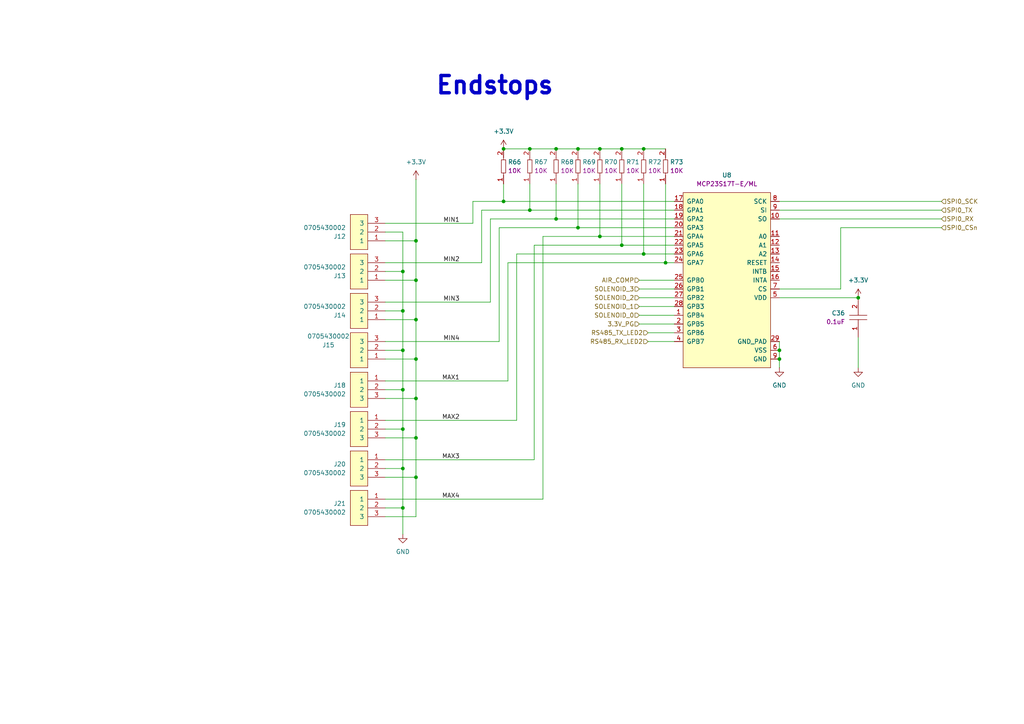
<source format=kicad_sch>
(kicad_sch (version 20231120) (generator "eeschema") (generator_version "8.0")
  (paper "A4")
  (lib_symbols
    (symbol "AVR-KiCAD-Lib-Capacitors:C0402C104K9PACTU" (pin_names (offset 1.016))
      (property "Reference" "C" (at -2.54 2.54 0))
      (property "_Value_" "0.1uF" (at 58.42 63.5 0))
      (symbol "C0402C104K9PACTU_1_1"
        (polyline (pts (xy 0 2.54) (xy 0 -2.54)))
        (polyline (pts (xy 1.27 2.54) (xy 1.27 -2.54)))
        (pin input line (at -5.08 0 0) (length 5.08) (name "~") (number "1"))
        (pin input line (at 6.35 0 180) (length 5.08) (name "~") (number "2"))
      )
    )
    (symbol "AVR-KiCAD-Lib-Connectors:0705430002" (pin_names (offset 1.016))
      (property "Reference" "J" (at -2.54 2.54 0))
      (property "Value" "0705430002" (at 1.27 5.08 0))
      (symbol "0705430002_0_1"
        (rectangle (start 0 0) (end 5.08 -10.16) (fill (type background)))
      )
      (symbol "0705430002_1_1"
        (pin passive line (at -5.08 -2.54 0) (length 5.08) (name "1") (number "1"))
        (pin passive line (at -5.08 -5.08 0) (length 5.08) (name "2") (number "2"))
        (pin passive line (at -5.08 -7.62 0) (length 5.08) (name "3") (number "3"))
      )
    )
    (symbol "AVR-KiCAD-Lib-ICs:MCP23S17T-E/ML" (pin_names (offset 1.016))
      (property "Reference" "U" (at 0.254 51.816 0))
      (property "_Value_" "MCP23S17T-E/ML" (at 8.382 -1.016 0))
      (symbol "MCP23S17T-E/ML_1_1"
        (rectangle (start 0 50.8) (end 25.4 0) (fill (type background)))
        (pin bidirectional line (at 27.94 15.24 180) (length 2.54) (name "GPB4") (number "1"))
        (pin output line (at -2.54 43.18 0) (length 2.54) (name "SO") (number "10"))
        (pin input line (at -2.54 38.1 0) (length 2.54) (name "A0") (number "11"))
        (pin input line (at -2.54 35.56 0) (length 2.54) (name "A1") (number "12"))
        (pin input line (at -2.54 33.02 0) (length 2.54) (name "A2") (number "13"))
        (pin input line (at -2.54 30.48 0) (length 2.54) (name "RESET") (number "14"))
        (pin input line (at -2.54 27.94 0) (length 2.54) (name "INTB") (number "15"))
        (pin input line (at -2.54 25.4 0) (length 2.54) (name "INTA") (number "16"))
        (pin bidirectional line (at 27.94 48.26 180) (length 2.54) (name "GPA0") (number "17"))
        (pin bidirectional line (at 27.94 45.72 180) (length 2.54) (name "GPA1") (number "18"))
        (pin bidirectional line (at 27.94 43.18 180) (length 2.54) (name "GPA2") (number "19"))
        (pin bidirectional line (at 27.94 12.7 180) (length 2.54) (name "GPB5") (number "2"))
        (pin bidirectional line (at 27.94 40.64 180) (length 2.54) (name "GPA3") (number "20"))
        (pin bidirectional line (at 27.94 38.1 180) (length 2.54) (name "GPA4") (number "21"))
        (pin bidirectional line (at 27.94 35.56 180) (length 2.54) (name "GPA5") (number "22"))
        (pin bidirectional line (at 27.94 33.02 180) (length 2.54) (name "GPA6") (number "23"))
        (pin bidirectional line (at 27.94 30.48 180) (length 2.54) (name "GPA7") (number "24"))
        (pin bidirectional line (at 27.94 25.4 180) (length 2.54) (name "GPB0") (number "25"))
        (pin bidirectional line (at 27.94 22.86 180) (length 2.54) (name "GPB1") (number "26"))
        (pin bidirectional line (at 27.94 20.32 180) (length 2.54) (name "GPB2") (number "27"))
        (pin bidirectional line (at 27.94 17.78 180) (length 2.54) (name "GPB3") (number "28"))
        (pin passive line (at -2.54 7.62 0) (length 2.54) (name "GND_PAD") (number "29"))
        (pin bidirectional line (at 27.94 10.16 180) (length 2.54) (name "GPB6") (number "3"))
        (pin bidirectional line (at 27.94 7.62 180) (length 2.54) (name "GPB7") (number "4"))
        (pin power_in line (at -2.54 20.32 0) (length 2.54) (name "VDD") (number "5"))
        (pin passive line (at -2.54 5.08 0) (length 2.54) (name "VSS") (number "6"))
        (pin input line (at -2.54 22.86 0) (length 2.54) (name "CS") (number "7"))
        (pin input line (at -2.54 48.26 0) (length 2.54) (name "SCK") (number "8"))
        (pin passive line (at -2.54 2.54 0) (length 2.54) (name "GND") (number "9"))
        (pin input line (at -2.54 45.72 0) (length 2.54) (name "SI") (number "9"))
      )
    )
    (symbol "AVR-KiCAD-Lib-Resistors:RC0402FR-0710KL" (pin_names (offset 1.016))
      (property "Reference" "R" (at -2.54 2.54 0))
      (property "Value" "RC0402FR-0710KL" (at 1.27 5.08 0))
      (property "_Value_" "10K" (at 58.42 63.5 0))
      (symbol "RC0402FR-0710KL_0_1"
        (rectangle (start -1.905 0.635) (end 1.905 -0.635))
        (polyline (pts (xy -2.54 0) (xy -1.905 0)))
        (polyline (pts (xy -1.905 0) (xy -1.905 0)))
        (polyline (pts (xy 1.905 0) (xy 1.905 0)))
        (polyline (pts (xy 2.54 0) (xy 1.905 0)))
      )
      (symbol "RC0402FR-0710KL_1_1"
        (pin passive line (at -5.08 0 0) (length 2.5146) (name "~") (number "1"))
        (pin passive line (at 5.08 0 180) (length 2.5146) (name "~") (number "2"))
      )
    )
    (symbol "power:+3.3V" (power) (pin_numbers hide) (pin_names (offset 0) hide)
      (property "Value" "+3.3V" (at 0 3.556 0))
      (symbol "+3.3V_0_1"
        (polyline (pts (xy -0.762 1.27) (xy 0 2.54)))
        (polyline (pts (xy 0 0) (xy 0 2.54)))
        (polyline (pts (xy 0 2.54) (xy 0.762 1.27)))
      )
      (symbol "+3.3V_1_1"
        (pin power_in line (at 0 0 90) (length 0) (name "~") (number "1"))
      )
    )
    (symbol "power:GND" (power) (pin_numbers hide) (pin_names (offset 0) hide)
      (property "Value" "GND" (at 0 -3.81 0))
      (symbol "GND_0_1"
        (polyline (pts (xy 0 0) (xy 0 -1.27) (xy 1.27 -1.27) (xy 0 -2.54) (xy -1.27 -1.27) (xy 0 -1.27)))
      )
      (symbol "GND_1_1"
        (pin power_in line (at 0 0 270) (length 0) (name "~") (number "1"))
      )
    )
  )
  (junction (at 226.06 104.14))
  (junction (at 120.65 115.57))
  (junction (at 120.65 138.43))
  (junction (at 161.29 63.5))
  (junction (at 248.92 86.36))
  (junction (at 120.65 92.71))
  (junction (at 116.84 113.03))
  (junction (at 146.05 58.42))
  (junction (at 180.34 71.12))
  (junction (at 180.34 43.18))
  (junction (at 161.29 43.18))
  (junction (at 167.64 43.18))
  (junction (at 193.04 76.2))
  (junction (at 120.65 81.28))
  (junction (at 116.84 90.17))
  (junction (at 120.65 127))
  (junction (at 116.84 135.89))
  (junction (at 116.84 147.32))
  (junction (at 116.84 101.6))
  (junction (at 153.67 43.18))
  (junction (at 116.84 78.74))
  (junction (at 186.69 43.18))
  (junction (at 167.64 66.04))
  (junction (at 226.06 101.6))
  (junction (at 173.99 68.58))
  (junction (at 153.67 60.96))
  (junction (at 116.84 124.46))
  (junction (at 146.05 43.18))
  (junction (at 186.69 73.66))
  (junction (at 173.99 43.18))
  (junction (at 120.65 69.85))
  (junction (at 120.65 104.14))
  (wire (pts (xy 120.65 115.57) (xy 111.76 115.57)))
  (wire (pts (xy 273.05 63.5) (xy 226.06 63.5)))
  (wire (pts (xy 193.04 53.34) (xy 193.04 76.2)))
  (wire (pts (xy 120.65 127) (xy 111.76 127)))
  (wire (pts (xy 153.67 53.34) (xy 153.67 60.96)))
  (wire (pts (xy 111.76 133.35) (xy 154.94 133.35)))
  (wire (pts (xy 180.34 71.12) (xy 154.94 71.12)))
  (wire (pts (xy 120.65 92.71) (xy 120.65 81.28)))
  (wire (pts (xy 226.06 101.6) (xy 226.06 104.14)))
  (wire (pts (xy 116.84 124.46) (xy 116.84 135.89)))
  (wire (pts (xy 120.65 92.71) (xy 111.76 92.71)))
  (wire (pts (xy 116.84 90.17) (xy 116.84 101.6)))
  (wire (pts (xy 144.78 66.04) (xy 144.78 99.06)))
  (wire (pts (xy 111.76 76.2) (xy 139.7 76.2)))
  (wire (pts (xy 186.69 43.18) (xy 193.04 43.18)))
  (wire (pts (xy 120.65 127) (xy 120.65 115.57)))
  (wire (pts (xy 146.05 53.34) (xy 146.05 58.42)))
  (wire (pts (xy 116.84 78.74) (xy 111.76 78.74)))
  (wire (pts (xy 146.05 43.18) (xy 153.67 43.18)))
  (wire (pts (xy 120.65 81.28) (xy 120.65 69.85)))
  (wire (pts (xy 226.06 83.82) (xy 243.84 83.82)))
  (wire (pts (xy 111.76 121.92) (xy 149.86 121.92)))
  (wire (pts (xy 154.94 71.12) (xy 154.94 133.35)))
  (wire (pts (xy 111.76 87.63) (xy 142.24 87.63)))
  (wire (pts (xy 185.42 88.9) (xy 195.58 88.9)))
  (wire (pts (xy 111.76 99.06) (xy 144.78 99.06)))
  (wire (pts (xy 149.86 73.66) (xy 149.86 121.92)))
  (wire (pts (xy 153.67 43.18) (xy 161.29 43.18)))
  (wire (pts (xy 187.96 96.52) (xy 195.58 96.52)))
  (wire (pts (xy 193.04 76.2) (xy 195.58 76.2)))
  (wire (pts (xy 116.84 90.17) (xy 111.76 90.17)))
  (wire (pts (xy 120.65 138.43) (xy 120.65 127)))
  (wire (pts (xy 111.76 67.31) (xy 116.84 67.31)))
  (wire (pts (xy 137.16 64.77) (xy 137.16 58.42)))
  (wire (pts (xy 139.7 60.96) (xy 139.7 76.2)))
  (wire (pts (xy 120.65 69.85) (xy 111.76 69.85)))
  (wire (pts (xy 146.05 58.42) (xy 195.58 58.42)))
  (wire (pts (xy 185.42 91.44) (xy 195.58 91.44)))
  (wire (pts (xy 111.76 110.49) (xy 147.32 110.49)))
  (wire (pts (xy 195.58 71.12) (xy 180.34 71.12)))
  (wire (pts (xy 116.84 124.46) (xy 111.76 124.46)))
  (wire (pts (xy 120.65 52.07) (xy 120.65 69.85)))
  (wire (pts (xy 161.29 43.18) (xy 167.64 43.18)))
  (wire (pts (xy 173.99 68.58) (xy 195.58 68.58)))
  (wire (pts (xy 167.64 53.34) (xy 167.64 66.04)))
  (wire (pts (xy 116.84 135.89) (xy 116.84 147.32)))
  (wire (pts (xy 243.84 66.04) (xy 273.05 66.04)))
  (wire (pts (xy 120.65 138.43) (xy 111.76 138.43)))
  (wire (pts (xy 173.99 43.18) (xy 180.34 43.18)))
  (wire (pts (xy 167.64 66.04) (xy 144.78 66.04)))
  (wire (pts (xy 243.84 83.82) (xy 243.84 66.04)))
  (wire (pts (xy 116.84 113.03) (xy 116.84 124.46)))
  (wire (pts (xy 157.48 68.58) (xy 157.48 144.78)))
  (wire (pts (xy 226.06 86.36) (xy 248.92 86.36)))
  (wire (pts (xy 147.32 110.49) (xy 147.32 76.2)))
  (wire (pts (xy 173.99 53.34) (xy 173.99 68.58)))
  (wire (pts (xy 161.29 63.5) (xy 195.58 63.5)))
  (wire (pts (xy 120.65 149.86) (xy 120.65 138.43)))
  (wire (pts (xy 186.69 73.66) (xy 149.86 73.66)))
  (wire (pts (xy 111.76 104.14) (xy 120.65 104.14)))
  (wire (pts (xy 195.58 60.96) (xy 153.67 60.96)))
  (wire (pts (xy 185.42 83.82) (xy 195.58 83.82)))
  (wire (pts (xy 185.42 93.98) (xy 195.58 93.98)))
  (wire (pts (xy 185.42 86.36) (xy 195.58 86.36)))
  (wire (pts (xy 142.24 87.63) (xy 142.24 63.5)))
  (wire (pts (xy 180.34 43.18) (xy 186.69 43.18)))
  (wire (pts (xy 111.76 64.77) (xy 137.16 64.77)))
  (wire (pts (xy 116.84 147.32) (xy 111.76 147.32)))
  (wire (pts (xy 116.84 147.32) (xy 116.84 154.94)))
  (wire (pts (xy 273.05 58.42) (xy 226.06 58.42)))
  (wire (pts (xy 157.48 68.58) (xy 173.99 68.58)))
  (wire (pts (xy 120.65 104.14) (xy 120.65 92.71)))
  (wire (pts (xy 273.05 60.96) (xy 226.06 60.96)))
  (wire (pts (xy 116.84 135.89) (xy 111.76 135.89)))
  (wire (pts (xy 111.76 149.86) (xy 120.65 149.86)))
  (wire (pts (xy 120.65 104.14) (xy 120.65 115.57)))
  (wire (pts (xy 153.67 60.96) (xy 139.7 60.96)))
  (wire (pts (xy 195.58 66.04) (xy 167.64 66.04)))
  (wire (pts (xy 116.84 101.6) (xy 111.76 101.6)))
  (wire (pts (xy 161.29 53.34) (xy 161.29 63.5)))
  (wire (pts (xy 111.76 144.78) (xy 157.48 144.78)))
  (wire (pts (xy 116.84 101.6) (xy 116.84 113.03)))
  (wire (pts (xy 248.92 97.79) (xy 248.92 106.68)))
  (wire (pts (xy 116.84 67.31) (xy 116.84 78.74)))
  (wire (pts (xy 226.06 99.06) (xy 226.06 101.6)))
  (wire (pts (xy 195.58 73.66) (xy 186.69 73.66)))
  (wire (pts (xy 147.32 76.2) (xy 193.04 76.2)))
  (wire (pts (xy 186.69 53.34) (xy 186.69 73.66)))
  (wire (pts (xy 120.65 81.28) (xy 111.76 81.28)))
  (wire (pts (xy 111.76 113.03) (xy 116.84 113.03)))
  (wire (pts (xy 180.34 53.34) (xy 180.34 71.12)))
  (wire (pts (xy 187.96 99.06) (xy 195.58 99.06)))
  (wire (pts (xy 185.42 81.28) (xy 195.58 81.28)))
  (wire (pts (xy 226.06 104.14) (xy 226.06 106.68)))
  (wire (pts (xy 137.16 58.42) (xy 146.05 58.42)))
  (wire (pts (xy 167.64 43.18) (xy 173.99 43.18)))
  (wire (pts (xy 116.84 78.74) (xy 116.84 90.17)))
  (wire (pts (xy 142.24 63.5) (xy 161.29 63.5)))
  (text "Endstops" (at 143.51 24.892 0) (effects (font (size 5 5) (thickness 1) (bold yes))))
  (label "MAX1" (at 133.35 110.49 180))
  (label "MIN1" (at 133.35 64.77 180))
  (label "MIN2" (at 133.35 76.2 180))
  (label "MAX4" (at 133.35 144.78 180))
  (label "MAX3" (at 133.35 133.35 180))
  (label "MIN4" (at 133.35 99.06 180))
  (label "MAX2" (at 133.35 121.92 180))
  (label "MIN3" (at 133.35 87.63 180))
  (hierarchical_label "SPI0_CSn" (shape input) (at 273.05 66.04 0))
  (hierarchical_label "RS485_RX_LED2" (shape input) (at 187.96 99.06 180))
  (hierarchical_label "SOLENOID_3" (shape input) (at 185.42 83.82 180))
  (hierarchical_label "SOLENOID_0" (shape input) (at 185.42 91.44 180))
  (hierarchical_label "SOLENOID_1" (shape input) (at 185.42 88.9 180))
  (hierarchical_label "RS485_TX_LED2" (shape input) (at 187.96 96.52 180))
  (hierarchical_label "AIR_COMP" (shape input) (at 185.42 81.28 180))
  (hierarchical_label "SPI0_RX" (shape input) (at 273.05 63.5 0))
  (hierarchical_label "SOLENOID_2" (shape input) (at 185.42 86.36 180))
  (hierarchical_label "3.3V_PG" (shape input) (at 185.42 93.98 180))
  (hierarchical_label "SPI0_SCK" (shape input) (at 273.05 58.42 0))
  (hierarchical_label "SPI0_TX" (shape input) (at 273.05 60.96 0))
  (symbol (lib_id "AVR-KiCAD-Lib-Connectors:0705430002") (at 106.68 142.24 0) (mirror y) (unit 1)
    (property "Reference" "J21" (at 100.33 146.0499 0) (effects (justify left)))
    (property "Value" "0705430002" (at 100.33 148.5899 0) (effects (justify left)))
    (property "Footprint" "AVR-KiCAD-Lib-Connectors:Shrouded_Pin_Header_Straight_1x03_Pitch2.54mm" (effects (hide yes)))
    (property "Datasheet" "https://www.molex.com/pdm_docs/sd/705430001_sd.pdf" (effects (hide yes)))
    (property "Description" "Connector Header Through Hole 3 position 0.100\" (2.54mm)" (effects (hide yes)))
    (property "Cost QTY: 1" "0.92000" (effects (hide yes)))
    (property "Cost QTY: 1000" "0.50512" (effects (hide yes)))
    (property "Cost QTY: 2500" "*" (effects (hide yes)))
    (property "Cost QTY: 5000" "0.44198" (effects (hide yes)))
    (property "Cost QTY: 10000" "0.41988" (effects (hide yes)))
    (property "MFR" "Molex" (effects (hide yes)))
    (property "MFR#" "0705430002" (effects (hide yes)))
    (property "Vendor" "Digikey" (effects (hide yes)))
    (property "Vendor #" "WM4801-ND" (effects (hide yes)))
    (property "Designer" "AVR" (effects (hide yes)))
    (property "Height" "11.8mm" (effects (hide yes)))
    (property "Date Created" "6/16/2020" (effects (hide yes)))
    (property "Date Modified" "6/16/2020" (effects (hide yes)))
    (property "Lead-Free ?" "Yes" (effects (hide yes)))
    (property "RoHS Levels" "1" (effects (hide yes)))
    (property "Mounting" "ThroughHole" (effects (hide yes)))
    (property "Pin Count #" "3" (effects (hide yes)))
    (property "Status" "Active" (effects (hide yes)))
    (property "Tolerance" "*" (effects (hide yes)))
    (property "Type" "Shrouded Header" (effects (hide yes)))
    (property "Voltage" "250V" (effects (hide yes)))
    (property "Package" "*" (effects (hide yes)))
    (property "_Value_" "0705430002" (effects (hide yes)))
    (property "Management_ID" "*" (effects (hide yes)))
  )
  (symbol (lib_id "AVR-KiCAD-Lib-Resistors:RC0402FR-0710KL") (at 146.05 48.26 90) (unit 1)
    (property "Reference" "R66" (at 147.32 46.9899 90) (effects (justify right)))
    (property "Value" "RC0402FR-0710KL" (effects (hide yes)))
    (property "Footprint" "AVR-KiCAD-Lib-Resistors:R0402" (effects (hide yes)))
    (property "Datasheet" "https://www.yageo.com/upload/media/product/productsearch/datasheet/rchip/PYu-RC_Group_51_RoHS_L_10.pdf" (effects (hide yes)))
    (property "Description" "10 kOhms ±1% 0.063W, 1/16W Chip Resistor 0402 (1005 Metric) Moisture Resistant Thick Film" (effects (hide yes)))
    (property "Cost QTY: 1" "0.10000" (effects (hide yes)))
    (property "Cost QTY: 1000" "0.00289" (effects (hide yes)))
    (property "Cost QTY: 2500" "0.00251" (effects (hide yes)))
    (property "Cost QTY: 5000" "0.00207" (effects (hide yes)))
    (property "Cost QTY: 10000" "*" (effects (hide yes)))
    (property "MFR" "Yageo" (effects (hide yes)))
    (property "MFR#" "RC0402FR-0710KL" (effects (hide yes)))
    (property "Vendor" "Digikey" (effects (hide yes)))
    (property "Vendor #" "311-10.0KLRCT-ND" (effects (hide yes)))
    (property "Designer" "AVR" (effects (hide yes)))
    (property "Height" "0.4mm" (effects (hide yes)))
    (property "Date Created" "12/11/2019" (effects (hide yes)))
    (property "Date Modified" "12/11/2019" (effects (hide yes)))
    (property "Lead-Free ?" "Yes" (effects (hide yes)))
    (property "RoHS Levels" "1" (effects (hide yes)))
    (property "Mounting" "SMT" (effects (hide yes)))
    (property "Pin Count #" "2" (effects (hide yes)))
    (property "Status" "Active" (effects (hide yes)))
    (property "Tolerance" "1%" (effects (hide yes)))
    (property "Type" "Thick FIlm Resistor" (effects (hide yes)))
    (property "Voltage" "*" (effects (hide yes)))
    (property "Package" "0402" (effects (hide yes)))
    (property "_Value_" "10K" (at 147.32 49.5299 90) (effects (justify right)))
    (property "Management_ID" "*" (effects (hide yes)))
  )
  (symbol (lib_id "AVR-KiCAD-Lib-Connectors:0705430002") (at 106.68 130.81 0) (mirror y) (unit 1)
    (property "Reference" "J20" (at 100.33 134.6199 0) (effects (justify left)))
    (property "Value" "0705430002" (at 100.33 137.1599 0) (effects (justify left)))
    (property "Footprint" "AVR-KiCAD-Lib-Connectors:Shrouded_Pin_Header_Straight_1x03_Pitch2.54mm" (effects (hide yes)))
    (property "Datasheet" "https://www.molex.com/pdm_docs/sd/705430001_sd.pdf" (effects (hide yes)))
    (property "Description" "Connector Header Through Hole 3 position 0.100\" (2.54mm)" (effects (hide yes)))
    (property "Cost QTY: 1" "0.92000" (effects (hide yes)))
    (property "Cost QTY: 1000" "0.50512" (effects (hide yes)))
    (property "Cost QTY: 2500" "*" (effects (hide yes)))
    (property "Cost QTY: 5000" "0.44198" (effects (hide yes)))
    (property "Cost QTY: 10000" "0.41988" (effects (hide yes)))
    (property "MFR" "Molex" (effects (hide yes)))
    (property "MFR#" "0705430002" (effects (hide yes)))
    (property "Vendor" "Digikey" (effects (hide yes)))
    (property "Vendor #" "WM4801-ND" (effects (hide yes)))
    (property "Designer" "AVR" (effects (hide yes)))
    (property "Height" "11.8mm" (effects (hide yes)))
    (property "Date Created" "6/16/2020" (effects (hide yes)))
    (property "Date Modified" "6/16/2020" (effects (hide yes)))
    (property "Lead-Free ?" "Yes" (effects (hide yes)))
    (property "RoHS Levels" "1" (effects (hide yes)))
    (property "Mounting" "ThroughHole" (effects (hide yes)))
    (property "Pin Count #" "3" (effects (hide yes)))
    (property "Status" "Active" (effects (hide yes)))
    (property "Tolerance" "*" (effects (hide yes)))
    (property "Type" "Shrouded Header" (effects (hide yes)))
    (property "Voltage" "250V" (effects (hide yes)))
    (property "Package" "*" (effects (hide yes)))
    (property "_Value_" "0705430002" (effects (hide yes)))
    (property "Management_ID" "*" (effects (hide yes)))
  )
  (symbol (lib_id "power:+3.3V") (at 120.65 52.07 0) (mirror y) (unit 1)
    (property "Reference" "#PWR066" (effects (hide yes)))
    (property "Value" "+3.3V" (at 120.65 46.99 0))
    (property "Description" "Power symbol creates a global label with name \"+3.3V\"" (effects (hide yes)))
  )
  (symbol (lib_id "AVR-KiCAD-Lib-Capacitors:C0402C104K9PACTU") (at 248.92 92.71 90) (unit 1)
    (property "Reference" "C36" (at 245.11 90.8049 90) (effects (justify left)))
    (property "Value" "C0402C104K9PACTU" (effects (hide yes)))
    (property "Footprint" "AVR-KiCAD-Lib-Resistors:R0402" (effects (hide yes)))
    (property "Datasheet" "https://content.kemet.com/datasheets/KEM_C1006_X5R_SMD.pdf" (effects (hide yes)))
    (property "Description" "0.1µF ±10% 6.3V Ceramic Capacitor X5R 0402 (1005 Metric)" (effects (hide yes)))
    (property "Cost QTY: 1" "0.10000" (effects (hide yes)))
    (property "Cost QTY: 1000" "0.01139" (effects (hide yes)))
    (property "Cost QTY: 2500" "0.01035" (effects (hide yes)))
    (property "Cost QTY: 5000" "0.00952" (effects (hide yes)))
    (property "Cost QTY: 10000" "0.00756" (effects (hide yes)))
    (property "MFR" "KEMET" (effects (hide yes)))
    (property "MFR#" "C0402C104K9PACTU" (effects (hide yes)))
    (property "Vendor" "Digikey" (effects (hide yes)))
    (property "Vendor #" "399-3026-6-ND" (effects (hide yes)))
    (property "Designer" "AVR" (effects (hide yes)))
    (property "Height" "0.55mm" (effects (hide yes)))
    (property "Date Created" "12/7/2019" (effects (hide yes)))
    (property "Date Modified" "12/7/2019" (effects (hide yes)))
    (property "Lead-Free ?" "Yes" (effects (hide yes)))
    (property "RoHS Levels" "1" (effects (hide yes)))
    (property "Mounting" "SMT" (effects (hide yes)))
    (property "Pin Count #" "2" (effects (hide yes)))
    (property "Status" "Active" (effects (hide yes)))
    (property "Tolerance" "10%" (effects (hide yes)))
    (property "Type" "Ceramic Cap" (effects (hide yes)))
    (property "Voltage" "6.3V" (effects (hide yes)))
    (property "Package" "0402" (effects (hide yes)))
    (property "_Value_" "0.1uF" (at 245.11 93.3449 90) (effects (justify left)))
    (property "Management_ID" "*" (effects (hide yes)))
  )
  (symbol (lib_id "power:GND") (at 248.92 106.68 0) (mirror y) (unit 1)
    (property "Reference" "#PWR086" (effects (hide yes)))
    (property "Value" "GND" (at 248.92 111.76 0))
    (property "Description" "Power symbol creates a global label with name \"GND\" , ground" (effects (hide yes)))
  )
  (symbol (lib_id "AVR-KiCAD-Lib-Connectors:0705430002") (at 106.68 95.25 180) (unit 1)
    (property "Reference" "J14" (at 100.33 91.4401 0) (effects (justify left)))
    (property "Value" "0705430002" (at 100.33 88.9001 0) (effects (justify left)))
    (property "Footprint" "AVR-KiCAD-Lib-Connectors:Shrouded_Pin_Header_Straight_1x03_Pitch2.54mm" (effects (hide yes)))
    (property "Datasheet" "https://www.molex.com/pdm_docs/sd/705430001_sd.pdf" (effects (hide yes)))
    (property "Description" "Connector Header Through Hole 3 position 0.100\" (2.54mm)" (effects (hide yes)))
    (property "Cost QTY: 1" "0.92000" (effects (hide yes)))
    (property "Cost QTY: 1000" "0.50512" (effects (hide yes)))
    (property "Cost QTY: 2500" "*" (effects (hide yes)))
    (property "Cost QTY: 5000" "0.44198" (effects (hide yes)))
    (property "Cost QTY: 10000" "0.41988" (effects (hide yes)))
    (property "MFR" "Molex" (effects (hide yes)))
    (property "MFR#" "0705430002" (effects (hide yes)))
    (property "Vendor" "Digikey" (effects (hide yes)))
    (property "Vendor #" "WM4801-ND" (effects (hide yes)))
    (property "Designer" "AVR" (effects (hide yes)))
    (property "Height" "11.8mm" (effects (hide yes)))
    (property "Date Created" "6/16/2020" (effects (hide yes)))
    (property "Date Modified" "6/16/2020" (effects (hide yes)))
    (property "Lead-Free ?" "Yes" (effects (hide yes)))
    (property "RoHS Levels" "1" (effects (hide yes)))
    (property "Mounting" "ThroughHole" (effects (hide yes)))
    (property "Pin Count #" "3" (effects (hide yes)))
    (property "Status" "Active" (effects (hide yes)))
    (property "Tolerance" "*" (effects (hide yes)))
    (property "Type" "Shrouded Header" (effects (hide yes)))
    (property "Voltage" "250V" (effects (hide yes)))
    (property "Package" "*" (effects (hide yes)))
    (property "_Value_" "0705430002" (effects (hide yes)))
    (property "Management_ID" "*" (effects (hide yes)))
  )
  (symbol (lib_id "AVR-KiCAD-Lib-Connectors:0705430002") (at 106.68 83.82 180) (unit 1)
    (property "Reference" "J13" (at 100.33 80.0101 0) (effects (justify left)))
    (property "Value" "0705430002" (at 100.33 77.4701 0) (effects (justify left)))
    (property "Footprint" "AVR-KiCAD-Lib-Connectors:Shrouded_Pin_Header_Straight_1x03_Pitch2.54mm" (effects (hide yes)))
    (property "Datasheet" "https://www.molex.com/pdm_docs/sd/705430001_sd.pdf" (effects (hide yes)))
    (property "Description" "Connector Header Through Hole 3 position 0.100\" (2.54mm)" (effects (hide yes)))
    (property "Cost QTY: 1" "0.92000" (effects (hide yes)))
    (property "Cost QTY: 1000" "0.50512" (effects (hide yes)))
    (property "Cost QTY: 2500" "*" (effects (hide yes)))
    (property "Cost QTY: 5000" "0.44198" (effects (hide yes)))
    (property "Cost QTY: 10000" "0.41988" (effects (hide yes)))
    (property "MFR" "Molex" (effects (hide yes)))
    (property "MFR#" "0705430002" (effects (hide yes)))
    (property "Vendor" "Digikey" (effects (hide yes)))
    (property "Vendor #" "WM4801-ND" (effects (hide yes)))
    (property "Designer" "AVR" (effects (hide yes)))
    (property "Height" "11.8mm" (effects (hide yes)))
    (property "Date Created" "6/16/2020" (effects (hide yes)))
    (property "Date Modified" "6/16/2020" (effects (hide yes)))
    (property "Lead-Free ?" "Yes" (effects (hide yes)))
    (property "RoHS Levels" "1" (effects (hide yes)))
    (property "Mounting" "ThroughHole" (effects (hide yes)))
    (property "Pin Count #" "3" (effects (hide yes)))
    (property "Status" "Active" (effects (hide yes)))
    (property "Tolerance" "*" (effects (hide yes)))
    (property "Type" "Shrouded Header" (effects (hide yes)))
    (property "Voltage" "250V" (effects (hide yes)))
    (property "Package" "*" (effects (hide yes)))
    (property "_Value_" "0705430002" (effects (hide yes)))
    (property "Management_ID" "*" (effects (hide yes)))
  )
  (symbol (lib_id "AVR-KiCAD-Lib-Resistors:RC0402FR-0710KL") (at 167.64 48.26 90) (unit 1)
    (property "Reference" "R69" (at 168.91 46.9899 90) (effects (justify right)))
    (property "Value" "RC0402FR-0710KL" (effects (hide yes)))
    (property "Footprint" "AVR-KiCAD-Lib-Resistors:R0402" (effects (hide yes)))
    (property "Datasheet" "https://www.yageo.com/upload/media/product/productsearch/datasheet/rchip/PYu-RC_Group_51_RoHS_L_10.pdf" (effects (hide yes)))
    (property "Description" "10 kOhms ±1% 0.063W, 1/16W Chip Resistor 0402 (1005 Metric) Moisture Resistant Thick Film" (effects (hide yes)))
    (property "Cost QTY: 1" "0.10000" (effects (hide yes)))
    (property "Cost QTY: 1000" "0.00289" (effects (hide yes)))
    (property "Cost QTY: 2500" "0.00251" (effects (hide yes)))
    (property "Cost QTY: 5000" "0.00207" (effects (hide yes)))
    (property "Cost QTY: 10000" "*" (effects (hide yes)))
    (property "MFR" "Yageo" (effects (hide yes)))
    (property "MFR#" "RC0402FR-0710KL" (effects (hide yes)))
    (property "Vendor" "Digikey" (effects (hide yes)))
    (property "Vendor #" "311-10.0KLRCT-ND" (effects (hide yes)))
    (property "Designer" "AVR" (effects (hide yes)))
    (property "Height" "0.4mm" (effects (hide yes)))
    (property "Date Created" "12/11/2019" (effects (hide yes)))
    (property "Date Modified" "12/11/2019" (effects (hide yes)))
    (property "Lead-Free ?" "Yes" (effects (hide yes)))
    (property "RoHS Levels" "1" (effects (hide yes)))
    (property "Mounting" "SMT" (effects (hide yes)))
    (property "Pin Count #" "2" (effects (hide yes)))
    (property "Status" "Active" (effects (hide yes)))
    (property "Tolerance" "1%" (effects (hide yes)))
    (property "Type" "Thick FIlm Resistor" (effects (hide yes)))
    (property "Voltage" "*" (effects (hide yes)))
    (property "Package" "0402" (effects (hide yes)))
    (property "_Value_" "10K" (at 168.91 49.5299 90) (effects (justify right)))
    (property "Management_ID" "*" (effects (hide yes)))
  )
  (symbol (lib_id "AVR-KiCAD-Lib-Connectors:0705430002") (at 106.68 72.39 180) (unit 1)
    (property "Reference" "J12" (at 100.33 68.5801 0) (effects (justify left)))
    (property "Value" "0705430002" (at 100.33 66.0401 0) (effects (justify left)))
    (property "Footprint" "AVR-KiCAD-Lib-Connectors:Shrouded_Pin_Header_Straight_1x03_Pitch2.54mm" (effects (hide yes)))
    (property "Datasheet" "https://www.molex.com/pdm_docs/sd/705430001_sd.pdf" (effects (hide yes)))
    (property "Description" "Connector Header Through Hole 3 position 0.100\" (2.54mm)" (effects (hide yes)))
    (property "Cost QTY: 1" "0.92000" (effects (hide yes)))
    (property "Cost QTY: 1000" "0.50512" (effects (hide yes)))
    (property "Cost QTY: 2500" "*" (effects (hide yes)))
    (property "Cost QTY: 5000" "0.44198" (effects (hide yes)))
    (property "Cost QTY: 10000" "0.41988" (effects (hide yes)))
    (property "MFR" "Molex" (effects (hide yes)))
    (property "MFR#" "0705430002" (effects (hide yes)))
    (property "Vendor" "Digikey" (effects (hide yes)))
    (property "Vendor #" "WM4801-ND" (effects (hide yes)))
    (property "Designer" "AVR" (effects (hide yes)))
    (property "Height" "11.8mm" (effects (hide yes)))
    (property "Date Created" "6/16/2020" (effects (hide yes)))
    (property "Date Modified" "6/16/2020" (effects (hide yes)))
    (property "Lead-Free ?" "Yes" (effects (hide yes)))
    (property "RoHS Levels" "1" (effects (hide yes)))
    (property "Mounting" "ThroughHole" (effects (hide yes)))
    (property "Pin Count #" "3" (effects (hide yes)))
    (property "Status" "Active" (effects (hide yes)))
    (property "Tolerance" "*" (effects (hide yes)))
    (property "Type" "Shrouded Header" (effects (hide yes)))
    (property "Voltage" "250V" (effects (hide yes)))
    (property "Package" "*" (effects (hide yes)))
    (property "_Value_" "0705430002" (effects (hide yes)))
    (property "Management_ID" "*" (effects (hide yes)))
  )
  (symbol (lib_id "AVR-KiCAD-Lib-ICs:MCP23S17T-E/ML") (at 223.52 106.68 0) (mirror y) (unit 1)
    (property "Reference" "U8" (at 210.82 50.8 0))
    (property "Value" "MCP23S17T-E/ML" (effects (hide yes)))
    (property "Footprint" "AVR-KiCAD-Lib-ICs:QFN28_6x6MC_MCH-L" (effects (hide yes)))
    (property "Datasheet" "https://ww1.microchip.com/downloads/aemDocuments/documents/APID/ProductDocuments/DataSheets/MCP23017-Data-Sheet-DS20001952.pdf" (effects (hide yes)))
    (property "Description" "I/O Expander 16 SPI 10 MHz 28-QFN (6x6)" (effects (hide yes)))
    (property "Cost QTY: 1" "2.04000" (effects (hide yes)))
    (property "Cost QTY: 1000" "1.54000" (effects (hide yes)))
    (property "Cost QTY: 2500" "1.54001" (effects (hide yes)))
    (property "Cost QTY: 5000" "1.54001" (effects (hide yes)))
    (property "Cost QTY: 10000" "1.54001" (effects (hide yes)))
    (property "MFR" "Microchip Technology" (effects (hide yes)))
    (property "MFR#" "MCP23S17T-E/ML" (effects (hide yes)))
    (property "Vendor" "Digikey" (effects (hide yes)))
    (property "Vendor #" "MCP23S17T-E/MLTR-ND" (effects (hide yes)))
    (property "Designer" "Adam Vadala-Roth" (effects (hide yes)))
    (property "Height" "1mm" (effects (hide yes)))
    (property "Date Created" "11/22/20204" (effects (hide yes)))
    (property "Date Modified" "11/22/20204" (effects (hide yes)))
    (property "Lead-Free ?" "Yes" (effects (hide yes)))
    (property "RoHS Levels" "1" (effects (hide yes)))
    (property "Mounting" "SMT" (effects (hide yes)))
    (property "Pin Count #" "28" (effects (hide yes)))
    (property "Status" "Active" (effects (hide yes)))
    (property "Tolerance" "*" (effects (hide yes)))
    (property "Type" "IC" (effects (hide yes)))
    (property "Voltage" "1.8V-5.5V" (effects (hide yes)))
    (property "Package" "28QFN" (effects (hide yes)))
    (property "_Value_" "MCP23S17T-E/ML" (at 210.82 53.34 0))
    (property "Management_ID" "*" (effects (hide yes)))
  )
  (symbol (lib_id "AVR-KiCAD-Lib-Connectors:0705430002") (at 106.68 106.68 180) (unit 1)
    (property "Reference" "J15" (at 95.25 100.076 0))
    (property "Value" "0705430002" (at 95.25 97.536 0))
    (property "Footprint" "AVR-KiCAD-Lib-Connectors:Shrouded_Pin_Header_Straight_1x03_Pitch2.54mm" (effects (hide yes)))
    (property "Datasheet" "https://www.molex.com/pdm_docs/sd/705430001_sd.pdf" (effects (hide yes)))
    (property "Description" "Connector Header Through Hole 3 position 0.100\" (2.54mm)" (effects (hide yes)))
    (property "Cost QTY: 1" "0.92000" (effects (hide yes)))
    (property "Cost QTY: 1000" "0.50512" (effects (hide yes)))
    (property "Cost QTY: 2500" "*" (effects (hide yes)))
    (property "Cost QTY: 5000" "0.44198" (effects (hide yes)))
    (property "Cost QTY: 10000" "0.41988" (effects (hide yes)))
    (property "MFR" "Molex" (effects (hide yes)))
    (property "MFR#" "0705430002" (effects (hide yes)))
    (property "Vendor" "Digikey" (effects (hide yes)))
    (property "Vendor #" "WM4801-ND" (effects (hide yes)))
    (property "Designer" "AVR" (effects (hide yes)))
    (property "Height" "11.8mm" (effects (hide yes)))
    (property "Date Created" "6/16/2020" (effects (hide yes)))
    (property "Date Modified" "6/16/2020" (effects (hide yes)))
    (property "Lead-Free ?" "Yes" (effects (hide yes)))
    (property "RoHS Levels" "1" (effects (hide yes)))
    (property "Mounting" "ThroughHole" (effects (hide yes)))
    (property "Pin Count #" "3" (effects (hide yes)))
    (property "Status" "Active" (effects (hide yes)))
    (property "Tolerance" "*" (effects (hide yes)))
    (property "Type" "Shrouded Header" (effects (hide yes)))
    (property "Voltage" "250V" (effects (hide yes)))
    (property "Package" "*" (effects (hide yes)))
    (property "_Value_" "0705430002" (effects (hide yes)))
    (property "Management_ID" "*" (effects (hide yes)))
  )
  (symbol (lib_id "power:GND") (at 116.84 154.94 0) (mirror y) (unit 1)
    (property "Reference" "#PWR083" (effects (hide yes)))
    (property "Value" "GND" (at 116.84 160.02 0))
    (property "Description" "Power symbol creates a global label with name \"GND\" , ground" (effects (hide yes)))
  )
  (symbol (lib_id "AVR-KiCAD-Lib-Resistors:RC0402FR-0710KL") (at 153.67 48.26 90) (unit 1)
    (property "Reference" "R67" (at 154.94 46.9899 90) (effects (justify right)))
    (property "Value" "RC0402FR-0710KL" (effects (hide yes)))
    (property "Footprint" "AVR-KiCAD-Lib-Resistors:R0402" (effects (hide yes)))
    (property "Datasheet" "https://www.yageo.com/upload/media/product/productsearch/datasheet/rchip/PYu-RC_Group_51_RoHS_L_10.pdf" (effects (hide yes)))
    (property "Description" "10 kOhms ±1% 0.063W, 1/16W Chip Resistor 0402 (1005 Metric) Moisture Resistant Thick Film" (effects (hide yes)))
    (property "Cost QTY: 1" "0.10000" (effects (hide yes)))
    (property "Cost QTY: 1000" "0.00289" (effects (hide yes)))
    (property "Cost QTY: 2500" "0.00251" (effects (hide yes)))
    (property "Cost QTY: 5000" "0.00207" (effects (hide yes)))
    (property "Cost QTY: 10000" "*" (effects (hide yes)))
    (property "MFR" "Yageo" (effects (hide yes)))
    (property "MFR#" "RC0402FR-0710KL" (effects (hide yes)))
    (property "Vendor" "Digikey" (effects (hide yes)))
    (property "Vendor #" "311-10.0KLRCT-ND" (effects (hide yes)))
    (property "Designer" "AVR" (effects (hide yes)))
    (property "Height" "0.4mm" (effects (hide yes)))
    (property "Date Created" "12/11/2019" (effects (hide yes)))
    (property "Date Modified" "12/11/2019" (effects (hide yes)))
    (property "Lead-Free ?" "Yes" (effects (hide yes)))
    (property "RoHS Levels" "1" (effects (hide yes)))
    (property "Mounting" "SMT" (effects (hide yes)))
    (property "Pin Count #" "2" (effects (hide yes)))
    (property "Status" "Active" (effects (hide yes)))
    (property "Tolerance" "1%" (effects (hide yes)))
    (property "Type" "Thick FIlm Resistor" (effects (hide yes)))
    (property "Voltage" "*" (effects (hide yes)))
    (property "Package" "0402" (effects (hide yes)))
    (property "_Value_" "10K" (at 154.94 49.5299 90) (effects (justify right)))
    (property "Management_ID" "*" (effects (hide yes)))
  )
  (symbol (lib_id "AVR-KiCAD-Lib-Resistors:RC0402FR-0710KL") (at 186.69 48.26 90) (unit 1)
    (property "Reference" "R72" (at 187.96 46.9899 90) (effects (justify right)))
    (property "Value" "RC0402FR-0710KL" (effects (hide yes)))
    (property "Footprint" "AVR-KiCAD-Lib-Resistors:R0402" (effects (hide yes)))
    (property "Datasheet" "https://www.yageo.com/upload/media/product/productsearch/datasheet/rchip/PYu-RC_Group_51_RoHS_L_10.pdf" (effects (hide yes)))
    (property "Description" "10 kOhms ±1% 0.063W, 1/16W Chip Resistor 0402 (1005 Metric) Moisture Resistant Thick Film" (effects (hide yes)))
    (property "Cost QTY: 1" "0.10000" (effects (hide yes)))
    (property "Cost QTY: 1000" "0.00289" (effects (hide yes)))
    (property "Cost QTY: 2500" "0.00251" (effects (hide yes)))
    (property "Cost QTY: 5000" "0.00207" (effects (hide yes)))
    (property "Cost QTY: 10000" "*" (effects (hide yes)))
    (property "MFR" "Yageo" (effects (hide yes)))
    (property "MFR#" "RC0402FR-0710KL" (effects (hide yes)))
    (property "Vendor" "Digikey" (effects (hide yes)))
    (property "Vendor #" "311-10.0KLRCT-ND" (effects (hide yes)))
    (property "Designer" "AVR" (effects (hide yes)))
    (property "Height" "0.4mm" (effects (hide yes)))
    (property "Date Created" "12/11/2019" (effects (hide yes)))
    (property "Date Modified" "12/11/2019" (effects (hide yes)))
    (property "Lead-Free ?" "Yes" (effects (hide yes)))
    (property "RoHS Levels" "1" (effects (hide yes)))
    (property "Mounting" "SMT" (effects (hide yes)))
    (property "Pin Count #" "2" (effects (hide yes)))
    (property "Status" "Active" (effects (hide yes)))
    (property "Tolerance" "1%" (effects (hide yes)))
    (property "Type" "Thick FIlm Resistor" (effects (hide yes)))
    (property "Voltage" "*" (effects (hide yes)))
    (property "Package" "0402" (effects (hide yes)))
    (property "_Value_" "10K" (at 187.96 49.5299 90) (effects (justify right)))
    (property "Management_ID" "*" (effects (hide yes)))
  )
  (symbol (lib_id "AVR-KiCAD-Lib-Resistors:RC0402FR-0710KL") (at 173.99 48.26 90) (unit 1)
    (property "Reference" "R70" (at 175.26 46.9899 90) (effects (justify right)))
    (property "Value" "RC0402FR-0710KL" (effects (hide yes)))
    (property "Footprint" "AVR-KiCAD-Lib-Resistors:R0402" (effects (hide yes)))
    (property "Datasheet" "https://www.yageo.com/upload/media/product/productsearch/datasheet/rchip/PYu-RC_Group_51_RoHS_L_10.pdf" (effects (hide yes)))
    (property "Description" "10 kOhms ±1% 0.063W, 1/16W Chip Resistor 0402 (1005 Metric) Moisture Resistant Thick Film" (effects (hide yes)))
    (property "Cost QTY: 1" "0.10000" (effects (hide yes)))
    (property "Cost QTY: 1000" "0.00289" (effects (hide yes)))
    (property "Cost QTY: 2500" "0.00251" (effects (hide yes)))
    (property "Cost QTY: 5000" "0.00207" (effects (hide yes)))
    (property "Cost QTY: 10000" "*" (effects (hide yes)))
    (property "MFR" "Yageo" (effects (hide yes)))
    (property "MFR#" "RC0402FR-0710KL" (effects (hide yes)))
    (property "Vendor" "Digikey" (effects (hide yes)))
    (property "Vendor #" "311-10.0KLRCT-ND" (effects (hide yes)))
    (property "Designer" "AVR" (effects (hide yes)))
    (property "Height" "0.4mm" (effects (hide yes)))
    (property "Date Created" "12/11/2019" (effects (hide yes)))
    (property "Date Modified" "12/11/2019" (effects (hide yes)))
    (property "Lead-Free ?" "Yes" (effects (hide yes)))
    (property "RoHS Levels" "1" (effects (hide yes)))
    (property "Mounting" "SMT" (effects (hide yes)))
    (property "Pin Count #" "2" (effects (hide yes)))
    (property "Status" "Active" (effects (hide yes)))
    (property "Tolerance" "1%" (effects (hide yes)))
    (property "Type" "Thick FIlm Resistor" (effects (hide yes)))
    (property "Voltage" "*" (effects (hide yes)))
    (property "Package" "0402" (effects (hide yes)))
    (property "_Value_" "10K" (at 175.26 49.5299 90) (effects (justify right)))
    (property "Management_ID" "*" (effects (hide yes)))
  )
  (symbol (lib_id "AVR-KiCAD-Lib-Connectors:0705430002") (at 106.68 107.95 0) (mirror y) (unit 1)
    (property "Reference" "J18" (at 100.33 111.7599 0) (effects (justify left)))
    (property "Value" "0705430002" (at 100.33 114.2999 0) (effects (justify left)))
    (property "Footprint" "AVR-KiCAD-Lib-Connectors:Shrouded_Pin_Header_Straight_1x03_Pitch2.54mm" (effects (hide yes)))
    (property "Datasheet" "https://www.molex.com/pdm_docs/sd/705430001_sd.pdf" (effects (hide yes)))
    (property "Description" "Connector Header Through Hole 3 position 0.100\" (2.54mm)" (effects (hide yes)))
    (property "Cost QTY: 1" "0.92000" (effects (hide yes)))
    (property "Cost QTY: 1000" "0.50512" (effects (hide yes)))
    (property "Cost QTY: 2500" "*" (effects (hide yes)))
    (property "Cost QTY: 5000" "0.44198" (effects (hide yes)))
    (property "Cost QTY: 10000" "0.41988" (effects (hide yes)))
    (property "MFR" "Molex" (effects (hide yes)))
    (property "MFR#" "0705430002" (effects (hide yes)))
    (property "Vendor" "Digikey" (effects (hide yes)))
    (property "Vendor #" "WM4801-ND" (effects (hide yes)))
    (property "Designer" "AVR" (effects (hide yes)))
    (property "Height" "11.8mm" (effects (hide yes)))
    (property "Date Created" "6/16/2020" (effects (hide yes)))
    (property "Date Modified" "6/16/2020" (effects (hide yes)))
    (property "Lead-Free ?" "Yes" (effects (hide yes)))
    (property "RoHS Levels" "1" (effects (hide yes)))
    (property "Mounting" "ThroughHole" (effects (hide yes)))
    (property "Pin Count #" "3" (effects (hide yes)))
    (property "Status" "Active" (effects (hide yes)))
    (property "Tolerance" "*" (effects (hide yes)))
    (property "Type" "Shrouded Header" (effects (hide yes)))
    (property "Voltage" "250V" (effects (hide yes)))
    (property "Package" "*" (effects (hide yes)))
    (property "_Value_" "0705430002" (effects (hide yes)))
    (property "Management_ID" "*" (effects (hide yes)))
  )
  (symbol (lib_id "power:GND") (at 226.06 106.68 0) (mirror y) (unit 1)
    (property "Reference" "#PWR082" (effects (hide yes)))
    (property "Value" "GND" (at 226.06 111.76 0))
    (property "Description" "Power symbol creates a global label with name \"GND\" , ground" (effects (hide yes)))
  )
  (symbol (lib_id "AVR-KiCAD-Lib-Connectors:0705430002") (at 106.68 119.38 0) (mirror y) (unit 1)
    (property "Reference" "J19" (at 100.33 123.1899 0) (effects (justify left)))
    (property "Value" "0705430002" (at 100.33 125.7299 0) (effects (justify left)))
    (property "Footprint" "AVR-KiCAD-Lib-Connectors:Shrouded_Pin_Header_Straight_1x03_Pitch2.54mm" (effects (hide yes)))
    (property "Datasheet" "https://www.molex.com/pdm_docs/sd/705430001_sd.pdf" (effects (hide yes)))
    (property "Description" "Connector Header Through Hole 3 position 0.100\" (2.54mm)" (effects (hide yes)))
    (property "Cost QTY: 1" "0.92000" (effects (hide yes)))
    (property "Cost QTY: 1000" "0.50512" (effects (hide yes)))
    (property "Cost QTY: 2500" "*" (effects (hide yes)))
    (property "Cost QTY: 5000" "0.44198" (effects (hide yes)))
    (property "Cost QTY: 10000" "0.41988" (effects (hide yes)))
    (property "MFR" "Molex" (effects (hide yes)))
    (property "MFR#" "0705430002" (effects (hide yes)))
    (property "Vendor" "Digikey" (effects (hide yes)))
    (property "Vendor #" "WM4801-ND" (effects (hide yes)))
    (property "Designer" "AVR" (effects (hide yes)))
    (property "Height" "11.8mm" (effects (hide yes)))
    (property "Date Created" "6/16/2020" (effects (hide yes)))
    (property "Date Modified" "6/16/2020" (effects (hide yes)))
    (property "Lead-Free ?" "Yes" (effects (hide yes)))
    (property "RoHS Levels" "1" (effects (hide yes)))
    (property "Mounting" "ThroughHole" (effects (hide yes)))
    (property "Pin Count #" "3" (effects (hide yes)))
    (property "Status" "Active" (effects (hide yes)))
    (property "Tolerance" "*" (effects (hide yes)))
    (property "Type" "Shrouded Header" (effects (hide yes)))
    (property "Voltage" "250V" (effects (hide yes)))
    (property "Package" "*" (effects (hide yes)))
    (property "_Value_" "0705430002" (effects (hide yes)))
    (property "Management_ID" "*" (effects (hide yes)))
  )
  (symbol (lib_id "AVR-KiCAD-Lib-Resistors:RC0402FR-0710KL") (at 180.34 48.26 90) (unit 1)
    (property "Reference" "R71" (at 181.61 46.9899 90) (effects (justify right)))
    (property "Value" "RC0402FR-0710KL" (effects (hide yes)))
    (property "Footprint" "AVR-KiCAD-Lib-Resistors:R0402" (effects (hide yes)))
    (property "Datasheet" "https://www.yageo.com/upload/media/product/productsearch/datasheet/rchip/PYu-RC_Group_51_RoHS_L_10.pdf" (effects (hide yes)))
    (property "Description" "10 kOhms ±1% 0.063W, 1/16W Chip Resistor 0402 (1005 Metric) Moisture Resistant Thick Film" (effects (hide yes)))
    (property "Cost QTY: 1" "0.10000" (effects (hide yes)))
    (property "Cost QTY: 1000" "0.00289" (effects (hide yes)))
    (property "Cost QTY: 2500" "0.00251" (effects (hide yes)))
    (property "Cost QTY: 5000" "0.00207" (effects (hide yes)))
    (property "Cost QTY: 10000" "*" (effects (hide yes)))
    (property "MFR" "Yageo" (effects (hide yes)))
    (property "MFR#" "RC0402FR-0710KL" (effects (hide yes)))
    (property "Vendor" "Digikey" (effects (hide yes)))
    (property "Vendor #" "311-10.0KLRCT-ND" (effects (hide yes)))
    (property "Designer" "AVR" (effects (hide yes)))
    (property "Height" "0.4mm" (effects (hide yes)))
    (property "Date Created" "12/11/2019" (effects (hide yes)))
    (property "Date Modified" "12/11/2019" (effects (hide yes)))
    (property "Lead-Free ?" "Yes" (effects (hide yes)))
    (property "RoHS Levels" "1" (effects (hide yes)))
    (property "Mounting" "SMT" (effects (hide yes)))
    (property "Pin Count #" "2" (effects (hide yes)))
    (property "Status" "Active" (effects (hide yes)))
    (property "Tolerance" "1%" (effects (hide yes)))
    (property "Type" "Thick FIlm Resistor" (effects (hide yes)))
    (property "Voltage" "*" (effects (hide yes)))
    (property "Package" "0402" (effects (hide yes)))
    (property "_Value_" "10K" (at 181.61 49.5299 90) (effects (justify right)))
    (property "Management_ID" "*" (effects (hide yes)))
  )
  (symbol (lib_id "AVR-KiCAD-Lib-Resistors:RC0402FR-0710KL") (at 193.04 48.26 90) (unit 1)
    (property "Reference" "R73" (at 194.31 46.9899 90) (effects (justify right)))
    (property "Value" "RC0402FR-0710KL" (effects (hide yes)))
    (property "Footprint" "AVR-KiCAD-Lib-Resistors:R0402" (effects (hide yes)))
    (property "Datasheet" "https://www.yageo.com/upload/media/product/productsearch/datasheet/rchip/PYu-RC_Group_51_RoHS_L_10.pdf" (effects (hide yes)))
    (property "Description" "10 kOhms ±1% 0.063W, 1/16W Chip Resistor 0402 (1005 Metric) Moisture Resistant Thick Film" (effects (hide yes)))
    (property "Cost QTY: 1" "0.10000" (effects (hide yes)))
    (property "Cost QTY: 1000" "0.00289" (effects (hide yes)))
    (property "Cost QTY: 2500" "0.00251" (effects (hide yes)))
    (property "Cost QTY: 5000" "0.00207" (effects (hide yes)))
    (property "Cost QTY: 10000" "*" (effects (hide yes)))
    (property "MFR" "Yageo" (effects (hide yes)))
    (property "MFR#" "RC0402FR-0710KL" (effects (hide yes)))
    (property "Vendor" "Digikey" (effects (hide yes)))
    (property "Vendor #" "311-10.0KLRCT-ND" (effects (hide yes)))
    (property "Designer" "AVR" (effects (hide yes)))
    (property "Height" "0.4mm" (effects (hide yes)))
    (property "Date Created" "12/11/2019" (effects (hide yes)))
    (property "Date Modified" "12/11/2019" (effects (hide yes)))
    (property "Lead-Free ?" "Yes" (effects (hide yes)))
    (property "RoHS Levels" "1" (effects (hide yes)))
    (property "Mounting" "SMT" (effects (hide yes)))
    (property "Pin Count #" "2" (effects (hide yes)))
    (property "Status" "Active" (effects (hide yes)))
    (property "Tolerance" "1%" (effects (hide yes)))
    (property "Type" "Thick FIlm Resistor" (effects (hide yes)))
    (property "Voltage" "*" (effects (hide yes)))
    (property "Package" "0402" (effects (hide yes)))
    (property "_Value_" "10K" (at 194.31 49.5299 90) (effects (justify right)))
    (property "Management_ID" "*" (effects (hide yes)))
  )
  (symbol (lib_id "AVR-KiCAD-Lib-Resistors:RC0402FR-0710KL") (at 161.29 48.26 90) (unit 1)
    (property "Reference" "R68" (at 162.56 46.9899 90) (effects (justify right)))
    (property "Value" "RC0402FR-0710KL" (effects (hide yes)))
    (property "Footprint" "AVR-KiCAD-Lib-Resistors:R0402" (effects (hide yes)))
    (property "Datasheet" "https://www.yageo.com/upload/media/product/productsearch/datasheet/rchip/PYu-RC_Group_51_RoHS_L_10.pdf" (effects (hide yes)))
    (property "Description" "10 kOhms ±1% 0.063W, 1/16W Chip Resistor 0402 (1005 Metric) Moisture Resistant Thick Film" (effects (hide yes)))
    (property "Cost QTY: 1" "0.10000" (effects (hide yes)))
    (property "Cost QTY: 1000" "0.00289" (effects (hide yes)))
    (property "Cost QTY: 2500" "0.00251" (effects (hide yes)))
    (property "Cost QTY: 5000" "0.00207" (effects (hide yes)))
    (property "Cost QTY: 10000" "*" (effects (hide yes)))
    (property "MFR" "Yageo" (effects (hide yes)))
    (property "MFR#" "RC0402FR-0710KL" (effects (hide yes)))
    (property "Vendor" "Digikey" (effects (hide yes)))
    (property "Vendor #" "311-10.0KLRCT-ND" (effects (hide yes)))
    (property "Designer" "AVR" (effects (hide yes)))
    (property "Height" "0.4mm" (effects (hide yes)))
    (property "Date Created" "12/11/2019" (effects (hide yes)))
    (property "Date Modified" "12/11/2019" (effects (hide yes)))
    (property "Lead-Free ?" "Yes" (effects (hide yes)))
    (property "RoHS Levels" "1" (effects (hide yes)))
    (property "Mounting" "SMT" (effects (hide yes)))
    (property "Pin Count #" "2" (effects (hide yes)))
    (property "Status" "Active" (effects (hide yes)))
    (property "Tolerance" "1%" (effects (hide yes)))
    (property "Type" "Thick FIlm Resistor" (effects (hide yes)))
    (property "Voltage" "*" (effects (hide yes)))
    (property "Package" "0402" (effects (hide yes)))
    (property "_Value_" "10K" (at 162.56 49.5299 90) (effects (justify right)))
    (property "Management_ID" "*" (effects (hide yes)))
  )
  (symbol (lib_id "power:+3.3V") (at 146.05 43.18 0) (mirror y) (unit 1)
    (property "Reference" "#PWR038" (effects (hide yes)))
    (property "Value" "+3.3V" (at 146.05 38.1 0))
    (property "Description" "Power symbol creates a global label with name \"+3.3V\"" (effects (hide yes)))
  )
  (symbol (lib_id "power:+3.3V") (at 248.92 86.36 0) (unit 1)
    (property "Reference" "#PWR067" (effects (hide yes)))
    (property "Value" "+3.3V" (at 248.92 81.28 0))
    (property "Description" "Power symbol creates a global label with name \"+3.3V\"" (effects (hide yes)))
  )
)
</source>
